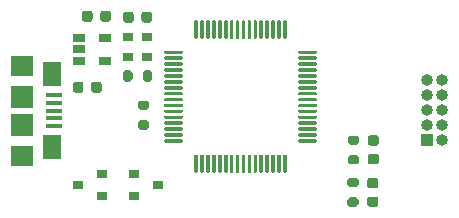
<source format=gbr>
G04 #@! TF.GenerationSoftware,KiCad,Pcbnew,(5.1.7)-1*
G04 #@! TF.CreationDate,2020-12-02T09:59:19-08:00*
G04 #@! TF.ProjectId,programmer,70726f67-7261-46d6-9d65-722e6b696361,rev?*
G04 #@! TF.SameCoordinates,Original*
G04 #@! TF.FileFunction,Soldermask,Top*
G04 #@! TF.FilePolarity,Negative*
%FSLAX46Y46*%
G04 Gerber Fmt 4.6, Leading zero omitted, Abs format (unit mm)*
G04 Created by KiCad (PCBNEW (5.1.7)-1) date 2020-12-02 09:59:19*
%MOMM*%
%LPD*%
G01*
G04 APERTURE LIST*
%ADD10R,0.900000X0.800000*%
%ADD11R,1.350000X0.400000*%
%ADD12R,1.600000X2.100000*%
%ADD13R,1.900000X1.800000*%
%ADD14R,1.900000X1.900000*%
%ADD15R,1.060000X0.650000*%
%ADD16R,0.850000X0.650000*%
%ADD17O,1.000000X1.000000*%
%ADD18R,1.000000X1.000000*%
G04 APERTURE END LIST*
D10*
X-7025000Y-7475000D03*
X-9025000Y-8425000D03*
X-9025000Y-6525000D03*
D11*
X-15812500Y-1200000D03*
X-15812500Y-550000D03*
X-15812500Y-1850000D03*
X-15812500Y100000D03*
X-15812500Y-2500000D03*
D12*
X-15937500Y1900000D03*
X-15937500Y-4300000D03*
D13*
X-18487500Y2600000D03*
X-18487500Y-5000000D03*
D14*
X-18487500Y0D03*
X-18487500Y-2400000D03*
D15*
X-13700000Y4950000D03*
X-13700000Y4000000D03*
X-13700000Y3050000D03*
X-11500000Y3050000D03*
X-11500000Y4950000D03*
G36*
G01*
X-9138200Y2029400D02*
X-9138200Y1479400D01*
G75*
G02*
X-9338200Y1279400I-200000J0D01*
G01*
X-9738200Y1279400D01*
G75*
G02*
X-9938200Y1479400I0J200000D01*
G01*
X-9938200Y2029400D01*
G75*
G02*
X-9738200Y2229400I200000J0D01*
G01*
X-9338200Y2229400D01*
G75*
G02*
X-9138200Y2029400I0J-200000D01*
G01*
G37*
G36*
G01*
X-7488200Y2029400D02*
X-7488200Y1479400D01*
G75*
G02*
X-7688200Y1279400I-200000J0D01*
G01*
X-8088200Y1279400D01*
G75*
G02*
X-8288200Y1479400I0J200000D01*
G01*
X-8288200Y2029400D01*
G75*
G02*
X-8088200Y2229400I200000J0D01*
G01*
X-7688200Y2229400D01*
G75*
G02*
X-7488200Y2029400I0J-200000D01*
G01*
G37*
G36*
G01*
X-9038200Y6982800D02*
X-9038200Y6482800D01*
G75*
G02*
X-9263200Y6257800I-225000J0D01*
G01*
X-9713200Y6257800D01*
G75*
G02*
X-9938200Y6482800I0J225000D01*
G01*
X-9938200Y6982800D01*
G75*
G02*
X-9713200Y7207800I225000J0D01*
G01*
X-9263200Y7207800D01*
G75*
G02*
X-9038200Y6982800I0J-225000D01*
G01*
G37*
G36*
G01*
X-7488200Y6982800D02*
X-7488200Y6482800D01*
G75*
G02*
X-7713200Y6257800I-225000J0D01*
G01*
X-8163200Y6257800D01*
G75*
G02*
X-8388200Y6482800I0J225000D01*
G01*
X-8388200Y6982800D01*
G75*
G02*
X-8163200Y7207800I225000J0D01*
G01*
X-7713200Y7207800D01*
G75*
G02*
X-7488200Y6982800I0J-225000D01*
G01*
G37*
G36*
G01*
X-3900000Y4975000D02*
X-3900000Y6375000D01*
G75*
G02*
X-3825000Y6450000I75000J0D01*
G01*
X-3675000Y6450000D01*
G75*
G02*
X-3600000Y6375000I0J-75000D01*
G01*
X-3600000Y4975000D01*
G75*
G02*
X-3675000Y4900000I-75000J0D01*
G01*
X-3825000Y4900000D01*
G75*
G02*
X-3900000Y4975000I0J75000D01*
G01*
G37*
G36*
G01*
X-3400000Y4975000D02*
X-3400000Y6375000D01*
G75*
G02*
X-3325000Y6450000I75000J0D01*
G01*
X-3175000Y6450000D01*
G75*
G02*
X-3100000Y6375000I0J-75000D01*
G01*
X-3100000Y4975000D01*
G75*
G02*
X-3175000Y4900000I-75000J0D01*
G01*
X-3325000Y4900000D01*
G75*
G02*
X-3400000Y4975000I0J75000D01*
G01*
G37*
G36*
G01*
X-2900000Y4975000D02*
X-2900000Y6375000D01*
G75*
G02*
X-2825000Y6450000I75000J0D01*
G01*
X-2675000Y6450000D01*
G75*
G02*
X-2600000Y6375000I0J-75000D01*
G01*
X-2600000Y4975000D01*
G75*
G02*
X-2675000Y4900000I-75000J0D01*
G01*
X-2825000Y4900000D01*
G75*
G02*
X-2900000Y4975000I0J75000D01*
G01*
G37*
G36*
G01*
X-2400000Y4975000D02*
X-2400000Y6375000D01*
G75*
G02*
X-2325000Y6450000I75000J0D01*
G01*
X-2175000Y6450000D01*
G75*
G02*
X-2100000Y6375000I0J-75000D01*
G01*
X-2100000Y4975000D01*
G75*
G02*
X-2175000Y4900000I-75000J0D01*
G01*
X-2325000Y4900000D01*
G75*
G02*
X-2400000Y4975000I0J75000D01*
G01*
G37*
G36*
G01*
X-1900000Y4975000D02*
X-1900000Y6375000D01*
G75*
G02*
X-1825000Y6450000I75000J0D01*
G01*
X-1675000Y6450000D01*
G75*
G02*
X-1600000Y6375000I0J-75000D01*
G01*
X-1600000Y4975000D01*
G75*
G02*
X-1675000Y4900000I-75000J0D01*
G01*
X-1825000Y4900000D01*
G75*
G02*
X-1900000Y4975000I0J75000D01*
G01*
G37*
G36*
G01*
X-1400000Y4975000D02*
X-1400000Y6375000D01*
G75*
G02*
X-1325000Y6450000I75000J0D01*
G01*
X-1175000Y6450000D01*
G75*
G02*
X-1100000Y6375000I0J-75000D01*
G01*
X-1100000Y4975000D01*
G75*
G02*
X-1175000Y4900000I-75000J0D01*
G01*
X-1325000Y4900000D01*
G75*
G02*
X-1400000Y4975000I0J75000D01*
G01*
G37*
G36*
G01*
X-900000Y4975000D02*
X-900000Y6375000D01*
G75*
G02*
X-825000Y6450000I75000J0D01*
G01*
X-675000Y6450000D01*
G75*
G02*
X-600000Y6375000I0J-75000D01*
G01*
X-600000Y4975000D01*
G75*
G02*
X-675000Y4900000I-75000J0D01*
G01*
X-825000Y4900000D01*
G75*
G02*
X-900000Y4975000I0J75000D01*
G01*
G37*
G36*
G01*
X-400000Y4975000D02*
X-400000Y6375000D01*
G75*
G02*
X-325000Y6450000I75000J0D01*
G01*
X-175000Y6450000D01*
G75*
G02*
X-100000Y6375000I0J-75000D01*
G01*
X-100000Y4975000D01*
G75*
G02*
X-175000Y4900000I-75000J0D01*
G01*
X-325000Y4900000D01*
G75*
G02*
X-400000Y4975000I0J75000D01*
G01*
G37*
G36*
G01*
X100000Y4975000D02*
X100000Y6375000D01*
G75*
G02*
X175000Y6450000I75000J0D01*
G01*
X325000Y6450000D01*
G75*
G02*
X400000Y6375000I0J-75000D01*
G01*
X400000Y4975000D01*
G75*
G02*
X325000Y4900000I-75000J0D01*
G01*
X175000Y4900000D01*
G75*
G02*
X100000Y4975000I0J75000D01*
G01*
G37*
G36*
G01*
X600000Y4975000D02*
X600000Y6375000D01*
G75*
G02*
X675000Y6450000I75000J0D01*
G01*
X825000Y6450000D01*
G75*
G02*
X900000Y6375000I0J-75000D01*
G01*
X900000Y4975000D01*
G75*
G02*
X825000Y4900000I-75000J0D01*
G01*
X675000Y4900000D01*
G75*
G02*
X600000Y4975000I0J75000D01*
G01*
G37*
G36*
G01*
X1100000Y4975000D02*
X1100000Y6375000D01*
G75*
G02*
X1175000Y6450000I75000J0D01*
G01*
X1325000Y6450000D01*
G75*
G02*
X1400000Y6375000I0J-75000D01*
G01*
X1400000Y4975000D01*
G75*
G02*
X1325000Y4900000I-75000J0D01*
G01*
X1175000Y4900000D01*
G75*
G02*
X1100000Y4975000I0J75000D01*
G01*
G37*
G36*
G01*
X1600000Y4975000D02*
X1600000Y6375000D01*
G75*
G02*
X1675000Y6450000I75000J0D01*
G01*
X1825000Y6450000D01*
G75*
G02*
X1900000Y6375000I0J-75000D01*
G01*
X1900000Y4975000D01*
G75*
G02*
X1825000Y4900000I-75000J0D01*
G01*
X1675000Y4900000D01*
G75*
G02*
X1600000Y4975000I0J75000D01*
G01*
G37*
G36*
G01*
X2100000Y4975000D02*
X2100000Y6375000D01*
G75*
G02*
X2175000Y6450000I75000J0D01*
G01*
X2325000Y6450000D01*
G75*
G02*
X2400000Y6375000I0J-75000D01*
G01*
X2400000Y4975000D01*
G75*
G02*
X2325000Y4900000I-75000J0D01*
G01*
X2175000Y4900000D01*
G75*
G02*
X2100000Y4975000I0J75000D01*
G01*
G37*
G36*
G01*
X2600000Y4975000D02*
X2600000Y6375000D01*
G75*
G02*
X2675000Y6450000I75000J0D01*
G01*
X2825000Y6450000D01*
G75*
G02*
X2900000Y6375000I0J-75000D01*
G01*
X2900000Y4975000D01*
G75*
G02*
X2825000Y4900000I-75000J0D01*
G01*
X2675000Y4900000D01*
G75*
G02*
X2600000Y4975000I0J75000D01*
G01*
G37*
G36*
G01*
X3100000Y4975000D02*
X3100000Y6375000D01*
G75*
G02*
X3175000Y6450000I75000J0D01*
G01*
X3325000Y6450000D01*
G75*
G02*
X3400000Y6375000I0J-75000D01*
G01*
X3400000Y4975000D01*
G75*
G02*
X3325000Y4900000I-75000J0D01*
G01*
X3175000Y4900000D01*
G75*
G02*
X3100000Y4975000I0J75000D01*
G01*
G37*
G36*
G01*
X3600000Y4975000D02*
X3600000Y6375000D01*
G75*
G02*
X3675000Y6450000I75000J0D01*
G01*
X3825000Y6450000D01*
G75*
G02*
X3900000Y6375000I0J-75000D01*
G01*
X3900000Y4975000D01*
G75*
G02*
X3825000Y4900000I-75000J0D01*
G01*
X3675000Y4900000D01*
G75*
G02*
X3600000Y4975000I0J75000D01*
G01*
G37*
G36*
G01*
X4900000Y3675000D02*
X4900000Y3825000D01*
G75*
G02*
X4975000Y3900000I75000J0D01*
G01*
X6375000Y3900000D01*
G75*
G02*
X6450000Y3825000I0J-75000D01*
G01*
X6450000Y3675000D01*
G75*
G02*
X6375000Y3600000I-75000J0D01*
G01*
X4975000Y3600000D01*
G75*
G02*
X4900000Y3675000I0J75000D01*
G01*
G37*
G36*
G01*
X4900000Y3175000D02*
X4900000Y3325000D01*
G75*
G02*
X4975000Y3400000I75000J0D01*
G01*
X6375000Y3400000D01*
G75*
G02*
X6450000Y3325000I0J-75000D01*
G01*
X6450000Y3175000D01*
G75*
G02*
X6375000Y3100000I-75000J0D01*
G01*
X4975000Y3100000D01*
G75*
G02*
X4900000Y3175000I0J75000D01*
G01*
G37*
G36*
G01*
X4900000Y2675000D02*
X4900000Y2825000D01*
G75*
G02*
X4975000Y2900000I75000J0D01*
G01*
X6375000Y2900000D01*
G75*
G02*
X6450000Y2825000I0J-75000D01*
G01*
X6450000Y2675000D01*
G75*
G02*
X6375000Y2600000I-75000J0D01*
G01*
X4975000Y2600000D01*
G75*
G02*
X4900000Y2675000I0J75000D01*
G01*
G37*
G36*
G01*
X4900000Y2175000D02*
X4900000Y2325000D01*
G75*
G02*
X4975000Y2400000I75000J0D01*
G01*
X6375000Y2400000D01*
G75*
G02*
X6450000Y2325000I0J-75000D01*
G01*
X6450000Y2175000D01*
G75*
G02*
X6375000Y2100000I-75000J0D01*
G01*
X4975000Y2100000D01*
G75*
G02*
X4900000Y2175000I0J75000D01*
G01*
G37*
G36*
G01*
X4900000Y1675000D02*
X4900000Y1825000D01*
G75*
G02*
X4975000Y1900000I75000J0D01*
G01*
X6375000Y1900000D01*
G75*
G02*
X6450000Y1825000I0J-75000D01*
G01*
X6450000Y1675000D01*
G75*
G02*
X6375000Y1600000I-75000J0D01*
G01*
X4975000Y1600000D01*
G75*
G02*
X4900000Y1675000I0J75000D01*
G01*
G37*
G36*
G01*
X4900000Y1175000D02*
X4900000Y1325000D01*
G75*
G02*
X4975000Y1400000I75000J0D01*
G01*
X6375000Y1400000D01*
G75*
G02*
X6450000Y1325000I0J-75000D01*
G01*
X6450000Y1175000D01*
G75*
G02*
X6375000Y1100000I-75000J0D01*
G01*
X4975000Y1100000D01*
G75*
G02*
X4900000Y1175000I0J75000D01*
G01*
G37*
G36*
G01*
X4900000Y675000D02*
X4900000Y825000D01*
G75*
G02*
X4975000Y900000I75000J0D01*
G01*
X6375000Y900000D01*
G75*
G02*
X6450000Y825000I0J-75000D01*
G01*
X6450000Y675000D01*
G75*
G02*
X6375000Y600000I-75000J0D01*
G01*
X4975000Y600000D01*
G75*
G02*
X4900000Y675000I0J75000D01*
G01*
G37*
G36*
G01*
X4900000Y175000D02*
X4900000Y325000D01*
G75*
G02*
X4975000Y400000I75000J0D01*
G01*
X6375000Y400000D01*
G75*
G02*
X6450000Y325000I0J-75000D01*
G01*
X6450000Y175000D01*
G75*
G02*
X6375000Y100000I-75000J0D01*
G01*
X4975000Y100000D01*
G75*
G02*
X4900000Y175000I0J75000D01*
G01*
G37*
G36*
G01*
X4900000Y-325000D02*
X4900000Y-175000D01*
G75*
G02*
X4975000Y-100000I75000J0D01*
G01*
X6375000Y-100000D01*
G75*
G02*
X6450000Y-175000I0J-75000D01*
G01*
X6450000Y-325000D01*
G75*
G02*
X6375000Y-400000I-75000J0D01*
G01*
X4975000Y-400000D01*
G75*
G02*
X4900000Y-325000I0J75000D01*
G01*
G37*
G36*
G01*
X4900000Y-825000D02*
X4900000Y-675000D01*
G75*
G02*
X4975000Y-600000I75000J0D01*
G01*
X6375000Y-600000D01*
G75*
G02*
X6450000Y-675000I0J-75000D01*
G01*
X6450000Y-825000D01*
G75*
G02*
X6375000Y-900000I-75000J0D01*
G01*
X4975000Y-900000D01*
G75*
G02*
X4900000Y-825000I0J75000D01*
G01*
G37*
G36*
G01*
X4900000Y-1325000D02*
X4900000Y-1175000D01*
G75*
G02*
X4975000Y-1100000I75000J0D01*
G01*
X6375000Y-1100000D01*
G75*
G02*
X6450000Y-1175000I0J-75000D01*
G01*
X6450000Y-1325000D01*
G75*
G02*
X6375000Y-1400000I-75000J0D01*
G01*
X4975000Y-1400000D01*
G75*
G02*
X4900000Y-1325000I0J75000D01*
G01*
G37*
G36*
G01*
X4900000Y-1825000D02*
X4900000Y-1675000D01*
G75*
G02*
X4975000Y-1600000I75000J0D01*
G01*
X6375000Y-1600000D01*
G75*
G02*
X6450000Y-1675000I0J-75000D01*
G01*
X6450000Y-1825000D01*
G75*
G02*
X6375000Y-1900000I-75000J0D01*
G01*
X4975000Y-1900000D01*
G75*
G02*
X4900000Y-1825000I0J75000D01*
G01*
G37*
G36*
G01*
X4900000Y-2325000D02*
X4900000Y-2175000D01*
G75*
G02*
X4975000Y-2100000I75000J0D01*
G01*
X6375000Y-2100000D01*
G75*
G02*
X6450000Y-2175000I0J-75000D01*
G01*
X6450000Y-2325000D01*
G75*
G02*
X6375000Y-2400000I-75000J0D01*
G01*
X4975000Y-2400000D01*
G75*
G02*
X4900000Y-2325000I0J75000D01*
G01*
G37*
G36*
G01*
X4900000Y-2825000D02*
X4900000Y-2675000D01*
G75*
G02*
X4975000Y-2600000I75000J0D01*
G01*
X6375000Y-2600000D01*
G75*
G02*
X6450000Y-2675000I0J-75000D01*
G01*
X6450000Y-2825000D01*
G75*
G02*
X6375000Y-2900000I-75000J0D01*
G01*
X4975000Y-2900000D01*
G75*
G02*
X4900000Y-2825000I0J75000D01*
G01*
G37*
G36*
G01*
X4900000Y-3325000D02*
X4900000Y-3175000D01*
G75*
G02*
X4975000Y-3100000I75000J0D01*
G01*
X6375000Y-3100000D01*
G75*
G02*
X6450000Y-3175000I0J-75000D01*
G01*
X6450000Y-3325000D01*
G75*
G02*
X6375000Y-3400000I-75000J0D01*
G01*
X4975000Y-3400000D01*
G75*
G02*
X4900000Y-3325000I0J75000D01*
G01*
G37*
G36*
G01*
X4900000Y-3825000D02*
X4900000Y-3675000D01*
G75*
G02*
X4975000Y-3600000I75000J0D01*
G01*
X6375000Y-3600000D01*
G75*
G02*
X6450000Y-3675000I0J-75000D01*
G01*
X6450000Y-3825000D01*
G75*
G02*
X6375000Y-3900000I-75000J0D01*
G01*
X4975000Y-3900000D01*
G75*
G02*
X4900000Y-3825000I0J75000D01*
G01*
G37*
G36*
G01*
X3600000Y-6375000D02*
X3600000Y-4975000D01*
G75*
G02*
X3675000Y-4900000I75000J0D01*
G01*
X3825000Y-4900000D01*
G75*
G02*
X3900000Y-4975000I0J-75000D01*
G01*
X3900000Y-6375000D01*
G75*
G02*
X3825000Y-6450000I-75000J0D01*
G01*
X3675000Y-6450000D01*
G75*
G02*
X3600000Y-6375000I0J75000D01*
G01*
G37*
G36*
G01*
X3100000Y-6375000D02*
X3100000Y-4975000D01*
G75*
G02*
X3175000Y-4900000I75000J0D01*
G01*
X3325000Y-4900000D01*
G75*
G02*
X3400000Y-4975000I0J-75000D01*
G01*
X3400000Y-6375000D01*
G75*
G02*
X3325000Y-6450000I-75000J0D01*
G01*
X3175000Y-6450000D01*
G75*
G02*
X3100000Y-6375000I0J75000D01*
G01*
G37*
G36*
G01*
X2600000Y-6375000D02*
X2600000Y-4975000D01*
G75*
G02*
X2675000Y-4900000I75000J0D01*
G01*
X2825000Y-4900000D01*
G75*
G02*
X2900000Y-4975000I0J-75000D01*
G01*
X2900000Y-6375000D01*
G75*
G02*
X2825000Y-6450000I-75000J0D01*
G01*
X2675000Y-6450000D01*
G75*
G02*
X2600000Y-6375000I0J75000D01*
G01*
G37*
G36*
G01*
X2100000Y-6375000D02*
X2100000Y-4975000D01*
G75*
G02*
X2175000Y-4900000I75000J0D01*
G01*
X2325000Y-4900000D01*
G75*
G02*
X2400000Y-4975000I0J-75000D01*
G01*
X2400000Y-6375000D01*
G75*
G02*
X2325000Y-6450000I-75000J0D01*
G01*
X2175000Y-6450000D01*
G75*
G02*
X2100000Y-6375000I0J75000D01*
G01*
G37*
G36*
G01*
X1600000Y-6375000D02*
X1600000Y-4975000D01*
G75*
G02*
X1675000Y-4900000I75000J0D01*
G01*
X1825000Y-4900000D01*
G75*
G02*
X1900000Y-4975000I0J-75000D01*
G01*
X1900000Y-6375000D01*
G75*
G02*
X1825000Y-6450000I-75000J0D01*
G01*
X1675000Y-6450000D01*
G75*
G02*
X1600000Y-6375000I0J75000D01*
G01*
G37*
G36*
G01*
X1100000Y-6375000D02*
X1100000Y-4975000D01*
G75*
G02*
X1175000Y-4900000I75000J0D01*
G01*
X1325000Y-4900000D01*
G75*
G02*
X1400000Y-4975000I0J-75000D01*
G01*
X1400000Y-6375000D01*
G75*
G02*
X1325000Y-6450000I-75000J0D01*
G01*
X1175000Y-6450000D01*
G75*
G02*
X1100000Y-6375000I0J75000D01*
G01*
G37*
G36*
G01*
X600000Y-6375000D02*
X600000Y-4975000D01*
G75*
G02*
X675000Y-4900000I75000J0D01*
G01*
X825000Y-4900000D01*
G75*
G02*
X900000Y-4975000I0J-75000D01*
G01*
X900000Y-6375000D01*
G75*
G02*
X825000Y-6450000I-75000J0D01*
G01*
X675000Y-6450000D01*
G75*
G02*
X600000Y-6375000I0J75000D01*
G01*
G37*
G36*
G01*
X100000Y-6375000D02*
X100000Y-4975000D01*
G75*
G02*
X175000Y-4900000I75000J0D01*
G01*
X325000Y-4900000D01*
G75*
G02*
X400000Y-4975000I0J-75000D01*
G01*
X400000Y-6375000D01*
G75*
G02*
X325000Y-6450000I-75000J0D01*
G01*
X175000Y-6450000D01*
G75*
G02*
X100000Y-6375000I0J75000D01*
G01*
G37*
G36*
G01*
X-400000Y-6375000D02*
X-400000Y-4975000D01*
G75*
G02*
X-325000Y-4900000I75000J0D01*
G01*
X-175000Y-4900000D01*
G75*
G02*
X-100000Y-4975000I0J-75000D01*
G01*
X-100000Y-6375000D01*
G75*
G02*
X-175000Y-6450000I-75000J0D01*
G01*
X-325000Y-6450000D01*
G75*
G02*
X-400000Y-6375000I0J75000D01*
G01*
G37*
G36*
G01*
X-900000Y-6375000D02*
X-900000Y-4975000D01*
G75*
G02*
X-825000Y-4900000I75000J0D01*
G01*
X-675000Y-4900000D01*
G75*
G02*
X-600000Y-4975000I0J-75000D01*
G01*
X-600000Y-6375000D01*
G75*
G02*
X-675000Y-6450000I-75000J0D01*
G01*
X-825000Y-6450000D01*
G75*
G02*
X-900000Y-6375000I0J75000D01*
G01*
G37*
G36*
G01*
X-1400000Y-6375000D02*
X-1400000Y-4975000D01*
G75*
G02*
X-1325000Y-4900000I75000J0D01*
G01*
X-1175000Y-4900000D01*
G75*
G02*
X-1100000Y-4975000I0J-75000D01*
G01*
X-1100000Y-6375000D01*
G75*
G02*
X-1175000Y-6450000I-75000J0D01*
G01*
X-1325000Y-6450000D01*
G75*
G02*
X-1400000Y-6375000I0J75000D01*
G01*
G37*
G36*
G01*
X-1900000Y-6375000D02*
X-1900000Y-4975000D01*
G75*
G02*
X-1825000Y-4900000I75000J0D01*
G01*
X-1675000Y-4900000D01*
G75*
G02*
X-1600000Y-4975000I0J-75000D01*
G01*
X-1600000Y-6375000D01*
G75*
G02*
X-1675000Y-6450000I-75000J0D01*
G01*
X-1825000Y-6450000D01*
G75*
G02*
X-1900000Y-6375000I0J75000D01*
G01*
G37*
G36*
G01*
X-2400000Y-6375000D02*
X-2400000Y-4975000D01*
G75*
G02*
X-2325000Y-4900000I75000J0D01*
G01*
X-2175000Y-4900000D01*
G75*
G02*
X-2100000Y-4975000I0J-75000D01*
G01*
X-2100000Y-6375000D01*
G75*
G02*
X-2175000Y-6450000I-75000J0D01*
G01*
X-2325000Y-6450000D01*
G75*
G02*
X-2400000Y-6375000I0J75000D01*
G01*
G37*
G36*
G01*
X-2900000Y-6375000D02*
X-2900000Y-4975000D01*
G75*
G02*
X-2825000Y-4900000I75000J0D01*
G01*
X-2675000Y-4900000D01*
G75*
G02*
X-2600000Y-4975000I0J-75000D01*
G01*
X-2600000Y-6375000D01*
G75*
G02*
X-2675000Y-6450000I-75000J0D01*
G01*
X-2825000Y-6450000D01*
G75*
G02*
X-2900000Y-6375000I0J75000D01*
G01*
G37*
G36*
G01*
X-3400000Y-6375000D02*
X-3400000Y-4975000D01*
G75*
G02*
X-3325000Y-4900000I75000J0D01*
G01*
X-3175000Y-4900000D01*
G75*
G02*
X-3100000Y-4975000I0J-75000D01*
G01*
X-3100000Y-6375000D01*
G75*
G02*
X-3175000Y-6450000I-75000J0D01*
G01*
X-3325000Y-6450000D01*
G75*
G02*
X-3400000Y-6375000I0J75000D01*
G01*
G37*
G36*
G01*
X-3900000Y-6375000D02*
X-3900000Y-4975000D01*
G75*
G02*
X-3825000Y-4900000I75000J0D01*
G01*
X-3675000Y-4900000D01*
G75*
G02*
X-3600000Y-4975000I0J-75000D01*
G01*
X-3600000Y-6375000D01*
G75*
G02*
X-3675000Y-6450000I-75000J0D01*
G01*
X-3825000Y-6450000D01*
G75*
G02*
X-3900000Y-6375000I0J75000D01*
G01*
G37*
G36*
G01*
X-6450000Y-3825000D02*
X-6450000Y-3675000D01*
G75*
G02*
X-6375000Y-3600000I75000J0D01*
G01*
X-4975000Y-3600000D01*
G75*
G02*
X-4900000Y-3675000I0J-75000D01*
G01*
X-4900000Y-3825000D01*
G75*
G02*
X-4975000Y-3900000I-75000J0D01*
G01*
X-6375000Y-3900000D01*
G75*
G02*
X-6450000Y-3825000I0J75000D01*
G01*
G37*
G36*
G01*
X-6450000Y-3325000D02*
X-6450000Y-3175000D01*
G75*
G02*
X-6375000Y-3100000I75000J0D01*
G01*
X-4975000Y-3100000D01*
G75*
G02*
X-4900000Y-3175000I0J-75000D01*
G01*
X-4900000Y-3325000D01*
G75*
G02*
X-4975000Y-3400000I-75000J0D01*
G01*
X-6375000Y-3400000D01*
G75*
G02*
X-6450000Y-3325000I0J75000D01*
G01*
G37*
G36*
G01*
X-6450000Y-2825000D02*
X-6450000Y-2675000D01*
G75*
G02*
X-6375000Y-2600000I75000J0D01*
G01*
X-4975000Y-2600000D01*
G75*
G02*
X-4900000Y-2675000I0J-75000D01*
G01*
X-4900000Y-2825000D01*
G75*
G02*
X-4975000Y-2900000I-75000J0D01*
G01*
X-6375000Y-2900000D01*
G75*
G02*
X-6450000Y-2825000I0J75000D01*
G01*
G37*
G36*
G01*
X-6450000Y-2325000D02*
X-6450000Y-2175000D01*
G75*
G02*
X-6375000Y-2100000I75000J0D01*
G01*
X-4975000Y-2100000D01*
G75*
G02*
X-4900000Y-2175000I0J-75000D01*
G01*
X-4900000Y-2325000D01*
G75*
G02*
X-4975000Y-2400000I-75000J0D01*
G01*
X-6375000Y-2400000D01*
G75*
G02*
X-6450000Y-2325000I0J75000D01*
G01*
G37*
G36*
G01*
X-6450000Y-1825000D02*
X-6450000Y-1675000D01*
G75*
G02*
X-6375000Y-1600000I75000J0D01*
G01*
X-4975000Y-1600000D01*
G75*
G02*
X-4900000Y-1675000I0J-75000D01*
G01*
X-4900000Y-1825000D01*
G75*
G02*
X-4975000Y-1900000I-75000J0D01*
G01*
X-6375000Y-1900000D01*
G75*
G02*
X-6450000Y-1825000I0J75000D01*
G01*
G37*
G36*
G01*
X-6450000Y-1325000D02*
X-6450000Y-1175000D01*
G75*
G02*
X-6375000Y-1100000I75000J0D01*
G01*
X-4975000Y-1100000D01*
G75*
G02*
X-4900000Y-1175000I0J-75000D01*
G01*
X-4900000Y-1325000D01*
G75*
G02*
X-4975000Y-1400000I-75000J0D01*
G01*
X-6375000Y-1400000D01*
G75*
G02*
X-6450000Y-1325000I0J75000D01*
G01*
G37*
G36*
G01*
X-6450000Y-825000D02*
X-6450000Y-675000D01*
G75*
G02*
X-6375000Y-600000I75000J0D01*
G01*
X-4975000Y-600000D01*
G75*
G02*
X-4900000Y-675000I0J-75000D01*
G01*
X-4900000Y-825000D01*
G75*
G02*
X-4975000Y-900000I-75000J0D01*
G01*
X-6375000Y-900000D01*
G75*
G02*
X-6450000Y-825000I0J75000D01*
G01*
G37*
G36*
G01*
X-6450000Y-325000D02*
X-6450000Y-175000D01*
G75*
G02*
X-6375000Y-100000I75000J0D01*
G01*
X-4975000Y-100000D01*
G75*
G02*
X-4900000Y-175000I0J-75000D01*
G01*
X-4900000Y-325000D01*
G75*
G02*
X-4975000Y-400000I-75000J0D01*
G01*
X-6375000Y-400000D01*
G75*
G02*
X-6450000Y-325000I0J75000D01*
G01*
G37*
G36*
G01*
X-6450000Y175000D02*
X-6450000Y325000D01*
G75*
G02*
X-6375000Y400000I75000J0D01*
G01*
X-4975000Y400000D01*
G75*
G02*
X-4900000Y325000I0J-75000D01*
G01*
X-4900000Y175000D01*
G75*
G02*
X-4975000Y100000I-75000J0D01*
G01*
X-6375000Y100000D01*
G75*
G02*
X-6450000Y175000I0J75000D01*
G01*
G37*
G36*
G01*
X-6450000Y675000D02*
X-6450000Y825000D01*
G75*
G02*
X-6375000Y900000I75000J0D01*
G01*
X-4975000Y900000D01*
G75*
G02*
X-4900000Y825000I0J-75000D01*
G01*
X-4900000Y675000D01*
G75*
G02*
X-4975000Y600000I-75000J0D01*
G01*
X-6375000Y600000D01*
G75*
G02*
X-6450000Y675000I0J75000D01*
G01*
G37*
G36*
G01*
X-6450000Y1175000D02*
X-6450000Y1325000D01*
G75*
G02*
X-6375000Y1400000I75000J0D01*
G01*
X-4975000Y1400000D01*
G75*
G02*
X-4900000Y1325000I0J-75000D01*
G01*
X-4900000Y1175000D01*
G75*
G02*
X-4975000Y1100000I-75000J0D01*
G01*
X-6375000Y1100000D01*
G75*
G02*
X-6450000Y1175000I0J75000D01*
G01*
G37*
G36*
G01*
X-6450000Y1675000D02*
X-6450000Y1825000D01*
G75*
G02*
X-6375000Y1900000I75000J0D01*
G01*
X-4975000Y1900000D01*
G75*
G02*
X-4900000Y1825000I0J-75000D01*
G01*
X-4900000Y1675000D01*
G75*
G02*
X-4975000Y1600000I-75000J0D01*
G01*
X-6375000Y1600000D01*
G75*
G02*
X-6450000Y1675000I0J75000D01*
G01*
G37*
G36*
G01*
X-6450000Y2175000D02*
X-6450000Y2325000D01*
G75*
G02*
X-6375000Y2400000I75000J0D01*
G01*
X-4975000Y2400000D01*
G75*
G02*
X-4900000Y2325000I0J-75000D01*
G01*
X-4900000Y2175000D01*
G75*
G02*
X-4975000Y2100000I-75000J0D01*
G01*
X-6375000Y2100000D01*
G75*
G02*
X-6450000Y2175000I0J75000D01*
G01*
G37*
G36*
G01*
X-6450000Y2675000D02*
X-6450000Y2825000D01*
G75*
G02*
X-6375000Y2900000I75000J0D01*
G01*
X-4975000Y2900000D01*
G75*
G02*
X-4900000Y2825000I0J-75000D01*
G01*
X-4900000Y2675000D01*
G75*
G02*
X-4975000Y2600000I-75000J0D01*
G01*
X-6375000Y2600000D01*
G75*
G02*
X-6450000Y2675000I0J75000D01*
G01*
G37*
G36*
G01*
X-6450000Y3175000D02*
X-6450000Y3325000D01*
G75*
G02*
X-6375000Y3400000I75000J0D01*
G01*
X-4975000Y3400000D01*
G75*
G02*
X-4900000Y3325000I0J-75000D01*
G01*
X-4900000Y3175000D01*
G75*
G02*
X-4975000Y3100000I-75000J0D01*
G01*
X-6375000Y3100000D01*
G75*
G02*
X-6450000Y3175000I0J75000D01*
G01*
G37*
G36*
G01*
X-6450000Y3675000D02*
X-6450000Y3825000D01*
G75*
G02*
X-6375000Y3900000I75000J0D01*
G01*
X-4975000Y3900000D01*
G75*
G02*
X-4900000Y3825000I0J-75000D01*
G01*
X-4900000Y3675000D01*
G75*
G02*
X-4975000Y3600000I-75000J0D01*
G01*
X-6375000Y3600000D01*
G75*
G02*
X-6450000Y3675000I0J75000D01*
G01*
G37*
D16*
X-7938200Y5017800D03*
X-7938200Y3367800D03*
X-9488200Y3367800D03*
X-9488200Y5017800D03*
G36*
G01*
X9796600Y-7670400D02*
X9246600Y-7670400D01*
G75*
G02*
X9046600Y-7470400I0J200000D01*
G01*
X9046600Y-7070400D01*
G75*
G02*
X9246600Y-6870400I200000J0D01*
G01*
X9796600Y-6870400D01*
G75*
G02*
X9996600Y-7070400I0J-200000D01*
G01*
X9996600Y-7470400D01*
G75*
G02*
X9796600Y-7670400I-200000J0D01*
G01*
G37*
G36*
G01*
X9796600Y-9320400D02*
X9246600Y-9320400D01*
G75*
G02*
X9046600Y-9120400I0J200000D01*
G01*
X9046600Y-8720400D01*
G75*
G02*
X9246600Y-8520400I200000J0D01*
G01*
X9796600Y-8520400D01*
G75*
G02*
X9996600Y-8720400I0J-200000D01*
G01*
X9996600Y-9120400D01*
G75*
G02*
X9796600Y-9320400I-200000J0D01*
G01*
G37*
G36*
G01*
X9295800Y-4940000D02*
X9845800Y-4940000D01*
G75*
G02*
X10045800Y-5140000I0J-200000D01*
G01*
X10045800Y-5540000D01*
G75*
G02*
X9845800Y-5740000I-200000J0D01*
G01*
X9295800Y-5740000D01*
G75*
G02*
X9095800Y-5540000I0J200000D01*
G01*
X9095800Y-5140000D01*
G75*
G02*
X9295800Y-4940000I200000J0D01*
G01*
G37*
G36*
G01*
X9295800Y-3290000D02*
X9845800Y-3290000D01*
G75*
G02*
X10045800Y-3490000I0J-200000D01*
G01*
X10045800Y-3890000D01*
G75*
G02*
X9845800Y-4090000I-200000J0D01*
G01*
X9295800Y-4090000D01*
G75*
G02*
X9095800Y-3890000I0J200000D01*
G01*
X9095800Y-3490000D01*
G75*
G02*
X9295800Y-3290000I200000J0D01*
G01*
G37*
G36*
G01*
X-7930200Y-2784800D02*
X-8480200Y-2784800D01*
G75*
G02*
X-8680200Y-2584800I0J200000D01*
G01*
X-8680200Y-2184800D01*
G75*
G02*
X-8480200Y-1984800I200000J0D01*
G01*
X-7930200Y-1984800D01*
G75*
G02*
X-7730200Y-2184800I0J-200000D01*
G01*
X-7730200Y-2584800D01*
G75*
G02*
X-7930200Y-2784800I-200000J0D01*
G01*
G37*
G36*
G01*
X-7930200Y-1134800D02*
X-8480200Y-1134800D01*
G75*
G02*
X-8680200Y-934800I0J200000D01*
G01*
X-8680200Y-534800D01*
G75*
G02*
X-8480200Y-334800I200000J0D01*
G01*
X-7930200Y-334800D01*
G75*
G02*
X-7730200Y-534800I0J-200000D01*
G01*
X-7730200Y-934800D01*
G75*
G02*
X-7930200Y-1134800I-200000J0D01*
G01*
G37*
D10*
X-13765600Y-7467200D03*
X-11765600Y-6517200D03*
X-11765600Y-8417200D03*
D17*
X17070000Y1380000D03*
X15800000Y1380000D03*
X17070000Y110000D03*
X15800000Y110000D03*
X17070000Y-1160000D03*
X15800000Y-1160000D03*
X17070000Y-2430000D03*
X15800000Y-2430000D03*
X17070000Y-3700000D03*
D18*
X15800000Y-3700000D03*
G36*
G01*
X11454250Y-7758700D02*
X10941750Y-7758700D01*
G75*
G02*
X10723000Y-7539950I0J218750D01*
G01*
X10723000Y-7102450D01*
G75*
G02*
X10941750Y-6883700I218750J0D01*
G01*
X11454250Y-6883700D01*
G75*
G02*
X11673000Y-7102450I0J-218750D01*
G01*
X11673000Y-7539950D01*
G75*
G02*
X11454250Y-7758700I-218750J0D01*
G01*
G37*
G36*
G01*
X11454250Y-9333700D02*
X10941750Y-9333700D01*
G75*
G02*
X10723000Y-9114950I0J218750D01*
G01*
X10723000Y-8677450D01*
G75*
G02*
X10941750Y-8458700I218750J0D01*
G01*
X11454250Y-8458700D01*
G75*
G02*
X11673000Y-8677450I0J-218750D01*
G01*
X11673000Y-9114950D01*
G75*
G02*
X11454250Y-9333700I-218750J0D01*
G01*
G37*
G36*
G01*
X10990950Y-3276900D02*
X11503450Y-3276900D01*
G75*
G02*
X11722200Y-3495650I0J-218750D01*
G01*
X11722200Y-3933150D01*
G75*
G02*
X11503450Y-4151900I-218750J0D01*
G01*
X10990950Y-4151900D01*
G75*
G02*
X10772200Y-3933150I0J218750D01*
G01*
X10772200Y-3495650D01*
G75*
G02*
X10990950Y-3276900I218750J0D01*
G01*
G37*
G36*
G01*
X10990950Y-4851900D02*
X11503450Y-4851900D01*
G75*
G02*
X11722200Y-5070650I0J-218750D01*
G01*
X11722200Y-5508150D01*
G75*
G02*
X11503450Y-5726900I-218750J0D01*
G01*
X10990950Y-5726900D01*
G75*
G02*
X10772200Y-5508150I0J218750D01*
G01*
X10772200Y-5070650D01*
G75*
G02*
X10990950Y-4851900I218750J0D01*
G01*
G37*
G36*
G01*
X-10975000Y7050000D02*
X-10975000Y6550000D01*
G75*
G02*
X-11200000Y6325000I-225000J0D01*
G01*
X-11650000Y6325000D01*
G75*
G02*
X-11875000Y6550000I0J225000D01*
G01*
X-11875000Y7050000D01*
G75*
G02*
X-11650000Y7275000I225000J0D01*
G01*
X-11200000Y7275000D01*
G75*
G02*
X-10975000Y7050000I0J-225000D01*
G01*
G37*
G36*
G01*
X-12525000Y7050000D02*
X-12525000Y6550000D01*
G75*
G02*
X-12750000Y6325000I-225000J0D01*
G01*
X-13200000Y6325000D01*
G75*
G02*
X-13425000Y6550000I0J225000D01*
G01*
X-13425000Y7050000D01*
G75*
G02*
X-13200000Y7275000I225000J0D01*
G01*
X-12750000Y7275000D01*
G75*
G02*
X-12525000Y7050000I0J-225000D01*
G01*
G37*
G36*
G01*
X-12650000Y550000D02*
X-12650000Y1050000D01*
G75*
G02*
X-12425000Y1275000I225000J0D01*
G01*
X-11975000Y1275000D01*
G75*
G02*
X-11750000Y1050000I0J-225000D01*
G01*
X-11750000Y550000D01*
G75*
G02*
X-11975000Y325000I-225000J0D01*
G01*
X-12425000Y325000D01*
G75*
G02*
X-12650000Y550000I0J225000D01*
G01*
G37*
G36*
G01*
X-14200000Y550000D02*
X-14200000Y1050000D01*
G75*
G02*
X-13975000Y1275000I225000J0D01*
G01*
X-13525000Y1275000D01*
G75*
G02*
X-13300000Y1050000I0J-225000D01*
G01*
X-13300000Y550000D01*
G75*
G02*
X-13525000Y325000I-225000J0D01*
G01*
X-13975000Y325000D01*
G75*
G02*
X-14200000Y550000I0J225000D01*
G01*
G37*
M02*

</source>
